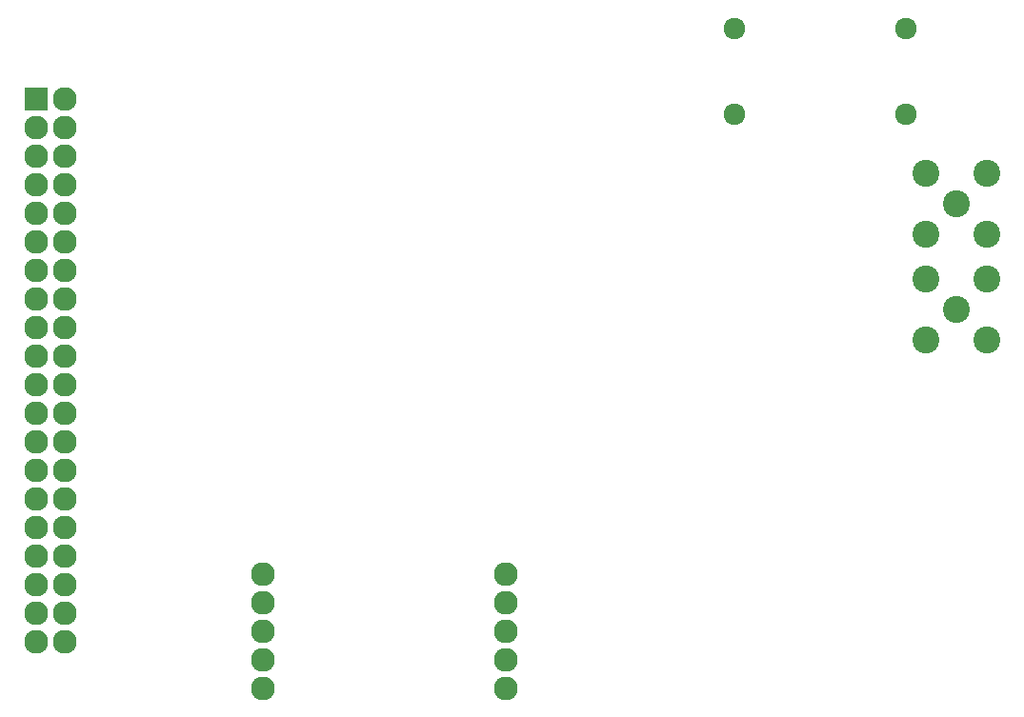
<source format=gbs>
G04 #@! TF.GenerationSoftware,KiCad,Pcbnew,(2017-12-02 revision 3109343)-master*
G04 #@! TF.CreationDate,2018-01-05T03:29:25-05:00*
G04 #@! TF.ProjectId,ddc112brd,6464633131326272642E6B696361645F,rev?*
G04 #@! TF.SameCoordinates,Original*
G04 #@! TF.FileFunction,Soldermask,Bot*
G04 #@! TF.FilePolarity,Negative*
%FSLAX46Y46*%
G04 Gerber Fmt 4.6, Leading zero omitted, Abs format (unit mm)*
G04 Created by KiCad (PCBNEW (2017-12-02 revision 3109343)-master) date Fri Jan  5 03:29:25 2018*
%MOMM*%
%LPD*%
G01*
G04 APERTURE LIST*
%ADD10C,2.398980*%
%ADD11C,1.924000*%
%ADD12O,2.127200X2.127200*%
%ADD13R,2.127200X2.127200*%
%ADD14C,2.127200*%
G04 APERTURE END LIST*
D10*
X189865000Y-74041000D03*
X192565020Y-76741020D03*
X192565020Y-71340980D03*
X187164980Y-71340980D03*
X187164980Y-76741020D03*
D11*
X170180000Y-66040000D03*
X170180000Y-58420000D03*
X185420000Y-58420000D03*
X185420000Y-66040000D03*
D10*
X187164980Y-86139020D03*
X187164980Y-80738980D03*
X192565020Y-80738980D03*
X192565020Y-86139020D03*
X189865000Y-83439000D03*
D12*
X110655001Y-112971500D03*
X108115001Y-112971500D03*
X110655001Y-110431500D03*
X108115001Y-110431500D03*
X110655001Y-107891500D03*
X108115001Y-107891500D03*
X110655001Y-105351500D03*
X108115001Y-105351500D03*
X110655001Y-102811500D03*
X108115001Y-102811500D03*
X110655001Y-100271500D03*
X108115001Y-100271500D03*
X110655001Y-97731500D03*
X108115001Y-97731500D03*
X110655001Y-95191500D03*
X108115001Y-95191500D03*
X110655001Y-92651500D03*
X108115001Y-92651500D03*
X110655001Y-90111500D03*
X108115001Y-90111500D03*
X110655001Y-87571500D03*
X108115001Y-87571500D03*
X110655001Y-85031500D03*
X108115001Y-85031500D03*
X110655001Y-82491500D03*
X108115001Y-82491500D03*
X110655001Y-79951500D03*
X108115001Y-79951500D03*
X110655001Y-77411500D03*
X108115001Y-77411500D03*
X110655001Y-74871500D03*
X108115001Y-74871500D03*
X110655001Y-72331500D03*
X108115001Y-72331500D03*
X110655001Y-69791500D03*
X108115001Y-69791500D03*
X110655001Y-67251500D03*
X108115001Y-67251500D03*
X110655001Y-64711500D03*
D13*
X108115001Y-64711500D03*
D14*
X149860000Y-117094000D03*
X149860000Y-114554000D03*
X149860000Y-112014000D03*
X149860000Y-109474000D03*
X149860000Y-106934000D03*
X128270000Y-114554000D03*
X128270000Y-112014000D03*
X128270000Y-117094000D03*
X128270000Y-109474000D03*
X128270000Y-106934000D03*
M02*

</source>
